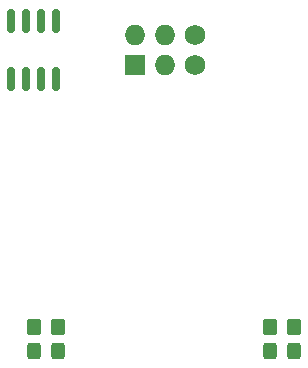
<source format=gbr>
%TF.GenerationSoftware,KiCad,Pcbnew,(6.0.4)*%
%TF.CreationDate,2022-04-09T23:35:01+02:00*%
%TF.ProjectId,diskette,6469736b-6574-4746-952e-6b696361645f,rev?*%
%TF.SameCoordinates,Original*%
%TF.FileFunction,Soldermask,Bot*%
%TF.FilePolarity,Negative*%
%FSLAX46Y46*%
G04 Gerber Fmt 4.6, Leading zero omitted, Abs format (unit mm)*
G04 Created by KiCad (PCBNEW (6.0.4)) date 2022-04-09 23:35:01*
%MOMM*%
%LPD*%
G01*
G04 APERTURE LIST*
G04 Aperture macros list*
%AMRoundRect*
0 Rectangle with rounded corners*
0 $1 Rounding radius*
0 $2 $3 $4 $5 $6 $7 $8 $9 X,Y pos of 4 corners*
0 Add a 4 corners polygon primitive as box body*
4,1,4,$2,$3,$4,$5,$6,$7,$8,$9,$2,$3,0*
0 Add four circle primitives for the rounded corners*
1,1,$1+$1,$2,$3*
1,1,$1+$1,$4,$5*
1,1,$1+$1,$6,$7*
1,1,$1+$1,$8,$9*
0 Add four rect primitives between the rounded corners*
20,1,$1+$1,$2,$3,$4,$5,0*
20,1,$1+$1,$4,$5,$6,$7,0*
20,1,$1+$1,$6,$7,$8,$9,0*
20,1,$1+$1,$8,$9,$2,$3,0*%
G04 Aperture macros list end*
%ADD10O,1.727200X1.727200*%
%ADD11R,1.727200X1.727200*%
%ADD12C,1.727200*%
%ADD13RoundRect,0.250000X-0.350000X-0.450000X0.350000X-0.450000X0.350000X0.450000X-0.350000X0.450000X0*%
%ADD14RoundRect,0.250000X0.325000X0.450000X-0.325000X0.450000X-0.325000X-0.450000X0.325000X-0.450000X0*%
%ADD15RoundRect,0.250000X0.350000X0.450000X-0.350000X0.450000X-0.350000X-0.450000X0.350000X-0.450000X0*%
%ADD16RoundRect,0.250000X-0.325000X-0.450000X0.325000X-0.450000X0.325000X0.450000X-0.325000X0.450000X0*%
%ADD17RoundRect,0.150000X0.150000X-0.825000X0.150000X0.825000X-0.150000X0.825000X-0.150000X-0.825000X0*%
G04 APERTURE END LIST*
D10*
%TO.C,X1*%
X-2480000Y1250000D03*
D11*
X-2480000Y-1290000D03*
D10*
X60000Y1250000D03*
X60000Y-1290000D03*
D12*
X2600000Y1250000D03*
X2600000Y-1290000D03*
%TD*%
D13*
%TO.C,R2*%
X-11000000Y-23500000D03*
X-9000000Y-23500000D03*
%TD*%
D14*
%TO.C,D1*%
X11025000Y-25500000D03*
X8975000Y-25500000D03*
%TD*%
D15*
%TO.C,R1*%
X11000000Y-23500000D03*
X9000000Y-23500000D03*
%TD*%
D16*
%TO.C,D2*%
X-11025000Y-25500000D03*
X-8975000Y-25500000D03*
%TD*%
D17*
%TO.C,U1*%
X-9144000Y-2475000D03*
X-10414000Y-2475000D03*
X-11684000Y-2475000D03*
X-12954000Y-2475000D03*
X-12954000Y2475000D03*
X-11684000Y2475000D03*
X-10414000Y2475000D03*
X-9144000Y2475000D03*
%TD*%
M02*

</source>
